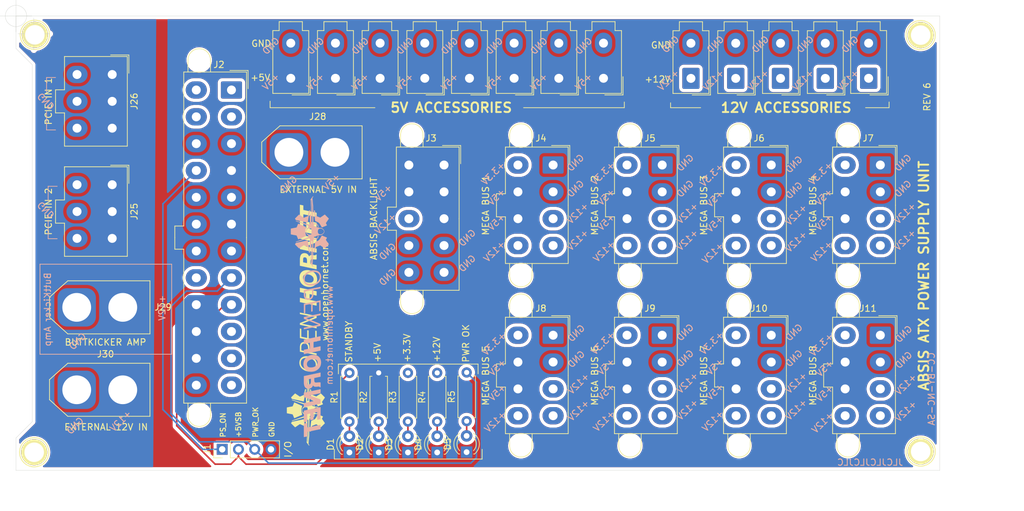
<source format=kicad_pcb>
(kicad_pcb (version 20211014) (generator pcbnew)
  (title_block (title "ABSIS ATX Power Supply Unit") (date "2023-03-27") (rev "6") (company "www.openhornet.com") (comment 1 "License:  CC BY-NC-SA") (comment 2 "1:  This is to be manufactured as a 4 layer PCB") (comment 3 "2:  Each layer requires a 2oz copper pour") (comment 4 "3:  This PCB only has top layer components and will only contain a single BOM"))
  (layers (0 "F.Cu" mixed) (1 "In1.Cu" power) (2 "In2.Cu" power) (31 "B.Cu" power) (34 "B.Paste" user) (35 "F.Paste" user) (36 "B.SilkS" user "B.Silkscreen") (37 "F.SilkS" user "F.Silkscreen") (38 "B.Mask" user) (39 "F.Mask" user) (44 "Edge.Cuts" user))
  (net 0 "")
  (net 1 "GND")
  (net 2 "/PS_ON")
  (net 3 "/+5V_SUPPLY")
  (net 4 "Net-(J2-Pad20)")
  (net 5 "Net-(J2-Pad14)")
  (net 6 "/+3.3V_SUPPLY")
  (net 7 "/+12V_SUPPLY")
  (net 8 "/+5VSB_SUPPLY")
  (net 9 "/PWR_OK")
  (net 10 "Net-(D1-Pad2)")
  (net 11 "Net-(D2-Pad2)")
  (net 12 "Net-(D3-Pad2)")
  (net 13 "Net-(D4-Pad2)")
  (net 14 "Net-(D5-Pad2)")
  (footprint "OH_Footprints:Molex_Mini-Fit_Jr_5566-24A2_2x12_P4.20mm_Vertical" (layer "F.Cu") (at 69.2488 64.9224 -90)
    (fp_text reference "J2")
    (fp_text value "ATX-24")
  )
  (footprint "OH_Footprints:Molex_Mini-Fit_Jr_5566-08A2_2x04_P4.20mm_Vertical" (layer "F.Cu") (at 153.6437 76.6646 -90)
    (fp_text reference "J6")
    (fp_text value "MEGA BUS 3")
  )
  (footprint "Socket_Arduino_Mega:Arduino_1pin" (layer "F.Cu") (at 177 121.5)
    (fp_text reference "H2" hide)
    (fp_text value "MountingHole")
  )
  (footprint "Socket_Arduino_Mega:Arduino_1pin" (layer "F.Cu") (at 38.5064 56.2864)
    (fp_text reference "H1" hide)
    (fp_text value "MountingHole")
  )
  (footprint "Socket_Arduino_Mega:Arduino_1pin" (layer "F.Cu") (at 38.4048 121.6152)
    (fp_text reference "H3" hide)
    (fp_text value "MountingHole")
  )
  (footprint "OH_Footprints:OH_LOGO_37.7mm_5.9mm" (layer "F.Cu") (at 80.882 101.727 90)
    (fp_text reference "G***" hide)
    (fp_text value "LOGO" hide)
  )
  (footprint "OH_Footprints:Molex_Mini-Fit_Jr_5566-08A2_2x04_P4.20mm_Vertical" (layer "F.Cu") (at 170.6964 76.6646 -90)
    (fp_text reference "J7")
    (fp_text value "MEGA BUS 4")
  )
  (footprint "OH_Footprints:Molex_Mini-Fit_Jr_5566-08A2_2x04_P4.20mm_Vertical" (layer "F.Cu") (at 153.6437 103.3018 -90)
    (fp_text reference "J10")
    (fp_text value "MEGA BUS 7")
  )
  (footprint "OH_Footprints:Molex_Mini-Fit_Jr_5566-08A2_2x04_P4.20mm_Vertical" (layer "F.Cu") (at 119.5383 103.3018 -90)
    (fp_text reference "J8")
    (fp_text value "MEGA BUS 5")
  )
  (footprint "OH_Footprints:Molex_Mini-Fit_Jr_5566-08A2_2x04_P4.20mm_Vertical" (layer "F.Cu") (at 136.591 76.6646 -90)
    (fp_text reference "J5")
    (fp_text value "MEGA BUS 2")
  )
  (footprint "OH_Footprints:Molex_Mini-Fit_Jr_5566-08A2_2x04_P4.20mm_Vertical" (layer "F.Cu") (at 136.591 103.3018 -90)
    (fp_text reference "J9")
    (fp_text value "MEGA BUS 6")
  )
  (footprint "Socket_Arduino_Mega:Arduino_1pin" (layer "F.Cu") (at 177 56.3372)
    (fp_text reference "H4" hide)
    (fp_text value "MountingHole")
  )
  (footprint "OH_Footprints:AMASS_XT60-M_1x02_P7.20mm_Vertical" (layer "F.Cu") (at 78.2284 74.6768)
    (fp_text reference "J28")
    (fp_text value "EXTERNAL 5V IN")
  )
  (footprint "OH_Footprints:Molex_Mini-Fit_Jr_5566-02A_2x01_P4.20mm_Vertical" (layer "F.Cu") (at 78.5198 63.0936 180)
    (fp_text reference "J12" hide)
    (fp_text value "5V Accessory 1")
  )
  (footprint "OH_Footprints:Molex_Mini-Fit_Jr_5566-02A_2x01_P4.20mm_Vertical" (layer "F.Cu") (at 85.5048 63.0936 180)
    (fp_text reference "J13" hide)
    (fp_text value "5V Accessory 2")
  )
  (footprint "OH_Footprints:Molex_Mini-Fit_Jr_5566-02A_2x01_P4.20mm_Vertical" (layer "F.Cu") (at 92.4898 63.0936 180)
    (fp_text reference "J14" hide)
    (fp_text value "5V Accessory 3")
  )
  (footprint "OH_Footprints:Molex_Mini-Fit_Jr_5566-02A_2x01_P4.20mm_Vertical" (layer "F.Cu") (at 99.4748 63.0936 180)
    (fp_text reference "J15" hide)
    (fp_text value "5V Accessory 4")
  )
  (footprint "OH_Footprints:Molex_Mini-Fit_Jr_5566-02A_2x01_P4.20mm_Vertical" (layer "F.Cu") (at 106.4598 63.0936 180)
    (fp_text reference "J16" hide)
    (fp_text value "5V Accessory 5")
  )
  (footprint "OH_Footprints:Molex_Mini-Fit_Jr_5566-02A_2x01_P4.20mm_Vertical" (layer "F.Cu") (at 113.4448 63.0936 180)
    (fp_text reference "J17" hide)
    (fp_text value "5V Accessory 6")
  )
  (footprint "OH_Footprints:Molex_Mini-Fit_Jr_5566-02A_2x01_P4.20mm_Vertical" (layer "F.Cu") (at 120.4298 63.0936 180)
    (fp_text reference "J18" hide)
    (fp_text value "5V Accessory 7")
  )
  (footprint "OH_Footprints:Molex_Mini-Fit_Jr_5566-02A_2x01_P4.20mm_Vertical" (layer "F.Cu") (at 127.4148 63.0936 180)
    (fp_text reference "J19" hide)
    (fp_text value "5V Accessory 8")
  )
  (footprint "OH_Footprints:Molex_Mini-Fit_Jr_5566-02A_2x01_P4.20mm_Vertical" (layer "F.Cu") (at 162.093058 63.1072 180)
    (fp_text reference "J21" hide)
    (fp_text value "12V Accessory 2")
  )
  (footprint "OH_Footprints:Molex_Mini-Fit_Jr_5566-02A_2x01_P4.20mm_Vertical" (layer "F.Cu") (at 155.089916 63.1072 180)
    (fp_text reference "J22" hide)
    (fp_text value "12V Accessory 3")
  )
  (footprint "OH_Footprints:Molex_Mini-Fit_Jr_5566-02A_2x01_P4.20mm_Vertical" (layer "F.Cu") (at 148.086774 63.1072 180)
    (fp_text reference "J23" hide)
    (fp_text value "12V Accessory 4")
  )
  (footprint "OH_Footprints:Molex_Mini-Fit_Jr_5566-02A_2x01_P4.20mm_Vertical" (layer "F.Cu") (at 141.083632 63.1072 180)
    (fp_text reference "J24" hide)
    (fp_text value "12V Accessory 5")
  )
  (footprint "OH_Footprints:Molex_Mini-Fit_Jr_5566-08A2_2x04_P4.20mm_Vertical" (layer "F.Cu") (at 119.5383 76.6646 -90)
    (fp_text reference "J4")
    (fp_text value "MEGA BUS 1")
  )
  (footprint "OH_Footprints:Molex_Mini-Fit_Jr_5566-08A2_2x04_P4.20mm_Vertical" (layer "F.Cu") (at 170.6964 103.3018 -90)
    (fp_text reference "J11")
    (fp_text value "MEGA BUS 8")
  )
  (footprint "OH_Footprints:Molex_Mini-Fit_Jr_5566-02A_2x01_P4.20mm_Vertical" (layer "F.Cu") (at 168.8676 63.0936 180)
    (fp_text reference "J20" hide)
    (fp_text value "12V Accessory 1")
  )
  (footprint "OH_Footprints:AMASS_XT60-F_1x02_P7.20mm_Vertical" (layer "F.Cu") (at 45.0552 98.9419)
    (fp_text reference "J29")
    (fp_text value "BUTTKICKER AMP")
  )
  (footprint "OH_Footprints:AMASS_XT60-M_1x02_P7.20mm_Vertical" (layer "F.Cu") (at 45.0552 111.8423)
    (fp_text reference "J30")
    (fp_text value "EXTERNAL 12V IN")
  )
  (footprint "OH_Footprints:Molex_Mini-Fit_Jr_5566-06A_2x03_P4.20mm_Vertical" (layer "F.Cu") (at 50.604 79.747 -90)
    (fp_text reference "J25")
    (fp_text value "PCIE IN 2")
  )
  (footprint "OH_Footprints:Molex_Mini-Fit_Jr_5566-06A_2x03_P4.20mm_Vertical" (layer "F.Cu") (at 50.604 62.5 -90)
    (fp_text reference "J26")
    (fp_text value "PCIE IN 1")
  )
  (footprint "OH_Footprints:Molex_Mini-Fit_Jr_5566-10A2_2x05_P4.20mm_Vertical" (layer "F.Cu") (at 102.4856 76.6646 -90)
    (fp_text reference "J3")
    (fp_text value "ABSIS BACKLIGHT")
  )
  (footprint "OH_Footprints:R_Axial_DIN0207_L6.3mm_D2.5mm_P7.62mm_Horizontal" (layer "F.Cu") (at 87.694 116.8101 90)
    (fp_text reference "R1")
    (fp_text value "150")
  )
  (footprint "OH_Footprints:R_Axial_DIN0207_L6.3mm_D2.5mm_P7.62mm_Horizontal" (layer "F.Cu") (at 101.41 116.8101 90)
    (fp_text reference "R4")
    (fp_text value "560")
  )
  (footprint "OH_Footprints:R_Axial_DIN0207_L6.3mm_D2.5mm_P7.62mm_Horizontal" (layer "F.Cu") (at 106.02 116.7476 90)
    (fp_text reference "R5")
    (fp_text value "150")
  )
  (footprint "OH_Footprints:R_Axial_DIN0207_L6.3mm_D2.5mm_P7.62mm_Horizontal" (layer "F.Cu") (at 96.838 116.8101 90)
    (fp_text reference "R3")
    (fp_text value "56")
  )
  (footprint "OH_Footprints:R_Axial_DIN0207_L6.3mm_D2.5mm_P7.62mm_Horizontal" (layer "F.Cu") (at 92.266 116.8101 90)
    (fp_text reference "R2")
    (fp_text value "150")
  )
  (footprint "OH_Footprints:LED_D3.0mm" (layer "F.Cu") (at 106.01 121.5976 90)
    (fp_text reference "D5")
    (fp_text value "Green LED")
  )
  (footprint "OH_Footprints:LED_D3.0mm" (layer "F.Cu") (at 92.266 121.6456 90)
    (fp_text reference "D2")
    (fp_text value "Green LED")
  )
  (footprint "OH_Footprints:LED_D3.0mm" (layer "F.Cu") (at 87.694 121.6456 90)
    (fp_text reference "D1")
    (fp_text value "Blue LED")
  )
  (footprint "OH_Footprints:LED_D3.0mm" (layer "F.Cu") (at 96.838 121.6456 90)
    (fp_text reference "D3")
    (fp_text value "Green LED")
  )
  (footprint "OH_Footprints:LED_D3.0mm" (layer "F.Cu") (at 101.41 121.6456 90)
    (fp_text reference "D4")
    (fp_text value "Green LED")
  )
  (footprint "OH_Footprints:PinHeader_1x04_P2.54mm_Vertical" (layer "F.Cu") (at 67.801 121.158 90)
    (fp_text reference "J1")
    (fp_text value "I/O")
  )
  (footprint "OH_Footprints:OH_LOGO_37.7mm_5.9mm" (layer "B.Cu") (at 81.5 100.4 -90)
    (fp_text reference "G***" hide)
    (fp_text value "LOGO" hide)
  )
  (gr_line (start 40.342 62.975) (end 41.742 62.975) (layer "B.SilkS") (width 0.12))
  (gr_line (start 40.342 65.275) (end 40.342 62.975) (layer "B.SilkS") (width 0.12))
  (gr_line (start 40.342 71.175) (end 40.342 68.275) (layer "B.SilkS") (width 0.12))
  (gr_line (start 41.742 71.175) (end 40.342 71.175) (layer "B.SilkS") (width 0.12))
  (gr_line (start 40.596 82.293) (end 40.596 79.993) (layer "B.SilkS") (width 0.12))
  (gr_line (start 59.9 92.1855) (end 59.902 106.282) (layer "B.SilkS") (width 0.12))
  (gr_line (start 40.596 79.993) (end 41.996 79.993) (layer "B.SilkS") (width 0.12))
  (gr_line (start 40.596 88.193) (end 40.596 85.293) (layer "B.SilkS") (width 0.12))
  (gr_line (start 41.996 88.193) (end 40.596 88.193) (layer "B.SilkS") (width 0.12))
  (gr_line (start 39.31 106.2825) (end 39.31 92.1855) (layer "B.SilkS") (width 0.12))
  (gr_line (start 39.31 92.1855) (end 59.9 92.1855) (layer "B.SilkS") (width 0.12))
  (gr_line (start 59.872 106.282) (end 39.31 106.2825) (layer "B.SilkS") (width 0.12))
  (gr_line (start 107.806 107.8166) (end 107.806 109.3406) (layer "F.SilkS") (width 0.12))
  (gr_line (start 85.962 107.823) (end 107.806 107.8166) (layer "F.SilkS") (width 0.12))
  (gr_line (start 85.962 109.347) (end 85.962 107.823) (layer "F.SilkS") (width 0.12))
  (gr_line (start 85.327 122.682) (end 85.327 121.158) (layer "F.SilkS") (width 0.12))
  (gr_line (start 108.441 121.158) (end 108.441 122.682) (layer "F.SilkS") (width 0.12))
  (gr_line (start 108.441 122.682) (end 85.327 122.682) (layer "F.SilkS") (width 0.12))
  (gr_line (start 75.294 66.675) (end 75.294 67.691) (layer "F.SilkS") (width 0.12))
  (gr_line (start 75.294 67.691) (end 91.677 67.691) (layer "F.SilkS") (width 0.12))
  (gr_line (start 172.068 67.691) (end 172.068 66.802) (layer "F.SilkS") (width 0.12))
  (gr_line (start 114.918 67.691) (end 130.666 67.691) (layer "F.SilkS") (width 0.12))
  (gr_line (start 168.385 67.691) (end 172.068 67.691) (layer "F.SilkS") (width 0.12))
  (gr_line (start 130.666 67.691) (end 130.666 66.802) (layer "F.SilkS") (width 0.12))
  (gr_line (start 137.905 66.929) (end 137.905 67.691) (layer "F.SilkS") (width 0.12))
  (gr_line (start 137.905 67.691) (end 142.604 67.691) (layer "F.SilkS") (width 0.12))
  (gr_line (start 38.1 60.96) (end 38.1 116.84) (layer "Edge.Cuts") (width 0.05))
  (gr_line (start 180 53.34) (end 40.64 53.34) (layer "Edge.Cuts") (width 0.05))
  (gr_line (start 180 124.46) (end 35.56 124.46) (layer "Edge.Cuts") (width 0.05))
  (gr_line (start 35.56 124.46) (end 35.56 119.38) (layer "Edge.Cuts") (width 0.05))
  (gr_line (start 35.56 53.34) (end 40.64 53.34) (layer "Edge.Cuts") (width 0.05))
  (gr_line (start 35.56 58.42) (end 38.1 60.96) (layer "Edge.Cuts") (width 0.05))
  (gr_line (start 180 124.46) (end 180 53.34) (layer "Edge.Cuts") (width 0.05))
  (gr_line (start 35.56 119.38) (end 38.1 116.84) (layer "Edge.Cuts") (width 0.05))
  (gr_line (start 35.56 53.34) (end 35.56 58.42) (layer "Edge.Cuts") (width 0.05))
  (gr_text "+5V" (at 110.809717 112.268 45) (layer "B.SilkS") (effects (font (size 1 1)) (justify mirror)))
  (gr_text "+3.3V" (at 110.304641 104.648 45) (layer "B.SilkS") (effects (font (size 1 1)) (justify mirror)))
  (gr_text "+12V" (at 123.509718 115.062 45) (layer "B.SilkS") (effects (font (size 1 1)) (justify mirror)))
  (gr_text "GND" (at 123.173 102.997 45) (layer "B.SilkS") (effects (font (size 1 1)) (justify mirror)))
  (gr_text "+12V" (at 123.509718 110.871 45) (layer "B.SilkS") (effects (font (size 1 1)) (justify mirror)))
  (gr_text "+12V" (at 110.473 116.84 45) (layer "B.SilkS") (effects (font (size 1 1)) (justify mirror)))
  (gr_text "+5V" (at 110.809717 108.331 45) (layer "B.SilkS") (effects (font (size 1 1)) (justify mirror)))
  (gr_text "GND" (at 123.173 107.061 45) (layer "B.SilkS") (effects (font (size 1 1)) (justify mirror)))
  (gr_text "+5V" (at 93 81 45) (layer "B.SilkS") (effects (font (size 1 1)) (justify mirror)))
  (gr_text "GND" (at 93.664717 94.234 45) (layer "B.SilkS") (effects (font (size 1 1)) (justify mirror)))
  (gr_text "+12V" (at 93.328 85.851999 45) (layer "B.SilkS") (effects (font (size 1 1)) (justify mirror)))
  (gr_text "+12V" (at 51.926 116.713 45) (layer "B.SilkS") (effects (font (size 1 1)) (justify mirror)))
  (gr_text "GND" (at 44.814 117.475 45) (layer "B.SilkS") (effects (font (size 1 1)) (justify mirror)))
  (gr_text "+5V" (at 84.9 79.3 45) (layer "B.SilkS") (effects (font (size 1 1)) (justify mirror)))
  (gr_text "GND" (at 78.2 79.7 45) (layer "B.SilkS") (effects (font (size 1 1)) (justify mirror)))
  (gr_text "GND" (at 75.421 58.039 45) (layer "B.SilkS") (effects (font (size 1 1)) (justify mirror)))
  (gr_text "+5V" (at 75.421 63.627 45) (layer "B.SilkS") (effects (font (size 1 1)) (justify mirror)))
  (gr_text "+5V" (at 124.316 63.627 45) (layer "B.SilkS") (effects (font (size 1 1)) (justify mirror)))
  (gr_text "GND" (at 124.316 58.039 45) (layer "B.SilkS") (effects (font (size 1 1)) (justify mirror)))
  (gr_text "+12V" (at 137.568283 63.373 45) (layer "B.SilkS") (effects (font (size 1 1)) (justify mirror)))
  (gr_text "GND" (at 137.905 57.785 45) (layer "B.SilkS") (effects (font (size 1 1)) (justify mirror)))
  (gr_text "GND" (at 158.95525 57.785 45) (layer "B.SilkS") (effects (font (size 1 1)) (justify mirror)))
  (gr_text "+12V" (at 158.618533 63.373 45) (layer "B.SilkS") (effects (font (size 1 1)) (justify mirror)))
  (gr_text "+12V" (at 165.635283 63.373 45) (layer "B.SilkS") (effects (font (size 1 1)) (justify mirror)))
  (gr_text "GND" (at 165.972 57.785 45) (layer "B.SilkS") (effects (font (size 1 1)) (justify mirror)))
  (gr_text "+12V" (at 174.563718 88.392 45) (layer "B.SilkS") (effects (font (size 1 1)) (justify mirror)))
  (gr_text "GND" (at 174.227 76.327 45) (layer "B.SilkS") (effects (font (size 1 1)) (justify mirror)))
  (gr_text "+12V" (at 174.563718 84.201 45) (layer "B.SilkS") (effects (font (size 1 1)) (justify mirror)))
  (gr_text "GND" (at 174.227 80.391 45) (layer "B.SilkS") (effects (font (size 1 1)) (justify mirror)))
  (gr_text "GND" (at 40.242 83.693 135) (layer "B.SilkS") (effects (font (size 1 1)) (justify mirror)))
  (gr_text "GND" (at 40.242 66.675 135) (layer "B.SilkS") (effects (font (size 1 1)) (justify mirror)))
  (gr_text "GND" (at 174.354 103.124 45) (layer "B.SilkS") (effects (font (size 1 1)) (justify mirror)))
  (gr_text "+5V" (at 103.361 63.627 45) (layer "B.SilkS") (effects (font (size 1 1)) (justify mirror)))
  (gr_text "+12V" (at 161.527 90.17 45) (layer "B.SilkS") (effects (font (size 1 1)) (justify mirror)))
  (gr_text "+3.3V" (at 144.340641 78.232 45) (layer "B.SilkS") (effects (font (size 1 1)) (justify mirror)))
  (gr_text "+3.3V" (at 127.322641 104.521 45) (layer "B.SilkS") (effects (font (size 1 1)) (justify mirror)))
  (gr_text "+5V" (at 82.406 63.627 45) (layer "B.SilkS") (effects (font (size 1 1)) (justify mirror)))
  (gr_text "GND" (at 123.046 80.391 45) (layer "B.SilkS") (effects (font (size 1 1)) (justify mirror)))
  (gr_text "GND" (at 96.376 58.039 45) (layer "B.SilkS") (effects (font (size 1 1)) (justify mirror)))
  (gr_text "+12V" (at 157.545718 84.455 45) (layer "B.SilkS") (effects (font (size 1 1)) (justify mirror)))
  (gr_text "GND" (at 140.191 102.87 45) (layer "B.SilkS") (effects (font (size 1 1)) (justify mirror)))
  (gr_text "+3.3V" (at 144.340641 104.521 45) (layer "B.SilkS") (effects (font (size 1 1)) (justify mirror)))
  (gr_text "www.openhornet.com" (at 84.565 103.3018 90) (layer "B.SilkS") (effects (font (size 1 1)) (justify mirror)))
  (gr_text "+12V" (at 161.654 116.967 45) (layer "B.SilkS") (effects (font (size 1 1)) (justify mirror)))
  (gr_text "+5V" (at 127.827717 112.141 45) (layer "B.SilkS") (effects (font (size 1 1)) (justify mirror)))
  (gr_text "+12V" (at 127.491 116.713 45) (layer "B.SilkS") (effects (font (size 1 1)) (justify mirror)))
  (gr_text "+5V" (at 89.391 63.627 45) (layer "B.SilkS") (effects (font (size 1 1)) (justify mirror)))
  (gr_text "GND" (at 140.191 76.327 45) (layer "B.SilkS") (effects (font (size 1 1)) (justify mirror)))
  (gr_text "+12V" (at 110.346 90.17 45) (layer "B.SilkS") (effects (font (size 1 1)) (justify mirror)))
  (gr_text "GND" (at 103.361 58.039 45) (layer "B.SilkS") (effects (font (size 1 1)) (justify mirror)))
  (gr_text "+12V" (at 174.690718 115.189 45) (layer "B.SilkS") (effects (font (size 1 1)) (justify mirror)))
  (gr_text "+12V" (at 123.382718 84.201 45) (layer "B.SilkS") (effects (font (size 1 1)) (justify mirror)))
  (gr_text "GND" (at 144.92175 57.785 45) (layer "B.SilkS") (effects (font (size 1 1)) (justify mirror)))
  (gr_text "GND" (at 110.346 58.039 45) (layer "B.SilkS") (effects (font (size 1 1)) (justify mirror)))
  (gr_text "+5V" (at 144.845717 85.852 45) (layer "B.SilkS") (effects (font (size 1 1)) (justify mirror)))
  (gr_text "+5V" (at 144.845717 112.141 45) (layer "B.SilkS") (effects (font (size 1 1)) (justify mirror)))
  (gr_text "JLCJLCJLCJLC" (at 169.1 123.2) (layer "B.SilkS") (effects (font (size 1 1)) (justify mirror)))
  (gr_text "+12V" (at 140.527718 110.744 45) (layer "B.SilkS") (effects (font (size 1 1)) (justify mirror)))
  (gr_text "GND" (at 123.046 76.327 45) (layer "B.SilkS") (effects (font (size 1 1)) (justify mirror)))
  (gr_text "CC-BY-NC-SA" (at 178.7 111.7 90) (layer "B.SilkS") (effects (font (size 1 1)) (justify mirror)))
  (gr_text "GND" (at 157.209 80.645 45) (layer "B.SilkS") (effects (font (size 1 1)) (justify mirror)))
  (gr_text "+3.3V" (at 110.177641 77.978 45) (layer "B.SilkS") (effects (font (size 1 1)) (justify mirror)))
  (gr_text "+3.3V" (at 161.358641 77.978 45) (layer "B.SilkS") (effects (font (size 1 1)) (justify mirror)))
  (gr_text "GND" (at 157.209 102.87 45) (layer "B.SilkS") (effects (font (size 1 1)) (justify mirror)))
  (gr_text "+5V" (at 161.863717 85.598 45) (layer "B.SilkS") (effects (font (size 1 1)) (justify mirror)))
  (gr_text "+5V" (at 110.346 63.627 45) (layer "B.SilkS") (effects (font (size 1 1)) (justify mirror)))
  (gr_text "+5V" (at 161.863717 81.661 45) (layer "B.SilkS") (effects (font (size 1 1)) (justify mirror)))
  (gr_text "+12V" (at 157.545718 88.646 45) (layer "B.SilkS") (effects (font (size 1 1)) (justify mirror)))
  (gr_text "+12V" (at 140.527718 114.935 45) (layer "B.SilkS") (effects (font (size 1 1)) (justify mirror)))
  (gr_text "GND" (at 93.664717 90.211358 45) (layer "B.SilkS") (effects (font (size 1 1)) (justify mirror)))
  (gr_text "GND" (at 157.209 106.934 45) (layer "B.SilkS") (effects (font (size 1 1)) (justify mirror)))
  (gr_text "+12V" (at 174.690718 110.998 45) (layer "B.SilkS") (effects (font (size 1 1)) (justify mirror)))
  (gr_text "GND" (at 140.191 106.934 45) (layer "B.SilkS") (effects (font (size 1 1)) (justify mirror)))
  (gr_text "+12V" (at 140.527718 88.392 45) (layer "B.SilkS") (effects (font (size 1 1)) (justify mirror)))
  (gr_text "+5V" (at 161.990717 108.458 45) (layer "B.SilkS") (effects (font (size 1 1)) (justify mirror)))
  (gr_text "+5V" (at 161.990717 112.395 45) (layer "B.SilkS") (effects (font (size 1 1)) (justify mirror)))
  (gr_text "GND" (at 106.110717 88.0745 45) (layer "B.SilkS") (effects (font (size 1 1)) (justify mirror)))
  (gr_text "ButtKicker Amp" (at 40.5 99.2655 90) (layer "B.SilkS") (effects (font (size 1 1)) (justify mirror)))
  (gr_text "+12V" (at 127.491 90.17 45) (layer "B.SilkS") (effects (font (size 1 1)) (justify mirror)))
  (gr_text "+3.3V" (at 161.485641 104.775 45) (layer "B.SilkS") (effects (font (size 1 1)) (justify mirror)))
  (gr_text "+5V" (at 127.827717 85.598 45) (layer "B.SilkS") (effects (font (size 1 1)) (justify mirror)))
  (gr_text "GND" (at 45.2 104.267 45) (layer "B.SilkS") (effects (font (size 1 1)) (justify mirror)))
  (gr_text "GND" (at 117.331 58.039 45) (layer "B.SilkS") (effects (font (size 1 1)) (justify mirror)))
  (gr_text "+12V" (at 123.382718 88.392 45) (layer "B.SilkS") (effects (font (size 1 1)) (justify mirror)))
  (gr_text "+12V" (at 140.527718 84.201 45) (layer "B.SilkS") (effects (font (size 1 1)) (justify mirror)))
  (gr_text "+5V" (at 110.682717 81.661 45) (layer "B.SilkS") (effects (font (size 1 1)) (justify mirror)))
  (gr_text "GND" (at 106.110717 92.075 45) (layer "B.SilkS") (effects (font (size 1 1)) (justify mirror)))
  (gr_text "+12V" (at 157.545718 114.935 45) (layer "B.SilkS") (effects (font (size 1 1)) (justify mirror)))
  (gr_text "+12V" (at 157.545718 110.744 45) (layer "B.SilkS") (effects (font (size 1 1)) (justify mirror)))
  (gr_text "+5V" (at 96.376 63.627 45) (layer "B.SilkS") (effects (font (size 1 1)) (justify mirror)))
  (gr_text "+12V" (at 144.509 116.713 45) (layer "B.SilkS") (effects (font (size 1 1)) (justify mirror)))
  (gr_text "+5V" (at 144.845717 108.204 45) (layer "B.SilkS") (effects (font (size 1 1)) (justify mirror)))
  (gr_text "GND" (at 157.209 76.581 45) (layer "B.SilkS") (effects (font (size 1 1)) (justify mirror)))
  (gr_text "+12V" (at 151.601783 63.373 45) (layer "B.SilkS") (effects (font (size 1 1)) (justify mirror)))
  (gr_text "+5V" (at 144.845717 81.915 45) (layer "B.SilkS") (effects (font (size 1 1)) (justify mirror)))
  (gr_text "GND" (at 174.354 107.188 45) (layer "B.SilkS") (effects (font (size 1 1)) (justify mirror)))
  (gr_text "GND" (at 140.191 80.391 45) (layer "B.SilkS") (effects (font (size 1 1)) (justify mirror)))
  (gr_text "GND" (at 151.9385 57.785 45) (layer "B.SilkS") (effects (font (size 1 1)) (justify mirror)))
  (gr_text "+12V" (at 58.4 99.0155 90) (layer "B.SilkS") (effects (font (size 1 1)) (justify mirror)))
  (gr_text "+12V" (at 144.585033 63.373 45) (layer "B.SilkS") (effects (font (size 1 1)) (justify mirror)))
  (gr_text "+5V" (at 110.682717 85.598 45) (layer "B.SilkS") (effects (font (size 1 1)) (justify mirror)))
  (gr_text "+12V" (at 144.509 90.424 45) (layer "B.SilkS") (effects (font (size 1 1)) (justify mirror)))
  (gr_text "+5V" (at 127.827717 108.204 45) (layer "B.SilkS") (effects (font (size 1 1)) (justify mirror)))
  (gr_text "GND" (at 82.406 58.039 45) (layer "B.SilkS") (effects (font (size 1 1)) (justify mirror)))
  (gr_text "+5V" (at 117.331 63.627 45) (layer "B.SilkS") (effects (font (size 1 1)) (justify mirror)))
  (gr_text "+5V" (at 127.827717 81.661 45) (layer "B.SilkS") (effects (font (size 1 1)) (justify mirror)))
  (gr_text "+3.3V" (at 127.322641 77.978 45) (layer "B.SilkS") (effects (font (size 1 1)) (justify mirror)))
  (gr_text "GND" (at 89.391 58.039 45) (layer "B.SilkS") (effects (font (size 1 1)) (justify mirror)))
  (gr_text "12V ACCESSORIES" (at 155.9644 67.691) (layer "F.SilkS") (effects (font (size 1.5 1.5) (thickness 0.3))))
  (gr_text "GND" (at 136.381 57.912) (layer "F.SilkS") (effects (font (size 1 1))))
  (gr_text "+12V" (at 135.873 63.246) (layer "F.SilkS") (effects (font (size 1 1))))
  (gr_text "ABSIS ATX POWER SUPPLY UNIT" (at 177.5 94 90) (layer "F.SilkS") (effects (font (size 1.5 1.5) (thickness 0.3))))
  (gr_text "REV 6" (at 178 66 90) (layer "F.SilkS") (effects (font (size 1 1))))
  (gr_text "STANDBY" (at 87.613 107.639029 90) (layer "F.SilkS") (effects (font (size 1 1)) (justify left)))
  (gr_text "PWR OK" (at 105.901 107.639029 90) (layer "F.SilkS") (effects (font (size 1 1)) (justify left)))
  (gr_text "+5V" (at 92.058 107.639029 90) (layer "F.SilkS") (effects (font (size 1 1)) (justify left)))
  (gr_text "+12V" (at 101.329 107.639029 90) (layer "F.SilkS") (effects (font (size 1 1)) (justify left)))
  (gr_text "+3.3V" (at 96.6935 107.639029 90) (layer "F.SilkS") (effects (font (size 1 1)) (justify left)))
  (gr_text "PWR_OK" (at 73.008 114.427 90) (layer "F.SilkS") (effects (font (size 0.8 0.8)) (justify right)))
  (gr_text "GND" (at 75.548 116.713 90) (layer "F.SilkS") (effects (font (size 0.8 0.8)) (justify right)))
  (gr_text "PS_ON" (at 67.928 115.316 90) (layer "F.SilkS") (effects (font (size 0.8 0.8)) (justify right)))
  (gr_text "+5VSB" (at 70.341 115.189 90) (layer "F.SilkS") (effects (font (size 0.8 0.8)) (justify right)))
  (gr_text "GND" (at 73.897 57.658) (layer "F.SilkS") (effects (font (size 1 1))))
  (gr_text "www.openhornet.com" (at 83.8538 96.4184 90) (layer "F.SilkS") (effects (font (size 1 1))))
  (gr_text "5V ACCESSORIES" (at 103.615 67.691) (layer "F.SilkS") (effects (font (size 1.5 1.5) (thickness 0.3))))
  (gr_text "+5V" (at 73.77 62.992) (layer "F.SilkS") (effects (font (size 1 1))))
  (target plus (at 38.354 56.134) (size 5) (width 0.05) (layer "Edge.Cuts"))
  (target plus (at 35.56 53.34) (size 5) (width 0.05) (layer "Edge.Cuts"))
  (segment (start 64.753 121.158) (end 64.499 120.904) (width 0.25) (layer "B.Cu") (net 2))
  (segment (start 58.53 82.7412) (end 58.53 114.935) (width 0.25) (layer "B.Cu") (net 2))
  (segment (start 67.801 121.158) (end 64.753 121.158) (width 0.25) (layer "B.Cu") (net 2))
  (segment (start 63.7488 77.5224) (end 58.53 82.7412) (width 0.25) (layer "B.Cu") (net 2))
  (segment (start 58.53 114.935) (end 64.499 120.904) (width 0.25) (layer "B.Cu") (net 2))
  (segment (start 69.2488 98.5224) (end 68.2116 98.5224) (width 0.25) (layer "F.Cu") (net 8))
  (segment (start 86.089 110.7951) (end 87.694 109.1901) (width 0.25) (layer "F.Cu") (net 8))
  (segment (start 62.213 100.711) (end 60.689 102.235) (width 0.25) (layer "F.Cu") (net 8))
  (segment (start 60.689 117.474002) (end 66.690999 123.476001) (width 0.25) (layer "F.Cu") (net 8))
  (segment (start 66.690999 123.476001) (end 69.165999 123.476001) (width 0.25) (layer "F.Cu") (net 8))
  (segment (start 66.023 100.711) (end 62.213 100.711) (width 0.25) (layer "F.Cu") (net 8))
  (segment (start 60.689 102.235) (end 60.689 117.474002) (width 0.25) (layer "F.Cu") (net 8))
  (segment (start 70.341 122.301) (end 71.516001 123.476001) (width 0.25) (layer "F.Cu") (net 8))
  (segment (start 70.341 121.158) (end 70.341 122.301) (width 0.25) (layer "F.Cu") (net 8))
  (segment (start 82.500999 123.476001) (end 86.089 119.888) (width 0.25) (layer "F.Cu") (net 8))
  (segment (start 71.516001 123.476001) (end 82.500999 123.476001) (width 0.25) (layer "F.Cu") (net 8))
  (segment (start 68.2116 98.5224) (end 66.023 100.711) (width 0.25) (layer "F.Cu") (net 8))
  (segment (start 69.165999 123.476001) (end 70.341 122.301) (width 0.25) (layer "F.Cu") (net 8))
  (segment (start 86.089 119.888) (end 86.089 110.7951) (width 0.25) (layer "F.Cu") (net 8))
  (segment (start 106.675602 123.317) (end 75.04 123.317) (width 0.25) (layer "B.Cu") (net 9))
  (segment (start 71.705999 119.982999) (end 72.881 121.158) (width 0.25) (layer "B.Cu") (net 9))
  (segment (start 107.552 122.440602) (end 106.675602 123.317) (width 0.25) (layer "B.Cu") (net 9))
  (segment (start 106.02 109.1276) (end 107.552 110.6596) (width 0.25) (layer "B.Cu") (net 9))
  (segment (start 75.04 123.317) (end 72.881 121.158) (width 0.25) (layer "B.Cu") (net 9))
  (segment (start 59.8 115.56859) (end 64.214409 119.982999) (width 0.25) (layer "B.Cu") (net 9))
  (segment (start 64.214409 119.982999) (end 71.705999 119.982999) (width 0.25) (layer "B.Cu") (net 9))
  (segment (start 67.039 96.393) (end 62.213 96.393) (width 0.25) (layer "B.Cu") (net 9))
  (segment (start 59.8 98.806) (end 59.8 115.56859) (width 0.25) (layer "B.Cu") (net 9))
  (segment (start 69.2488 94.3224) (end 69.1096 94.3224) (width 0.25) (layer "B.Cu") (net 9))
  (segment (start 69.1096 94.3224) (end 67.039 96.393) (width 0.25) (layer "B.Cu") (net 9))
  (segment (start 107.552 110.6596) (end 107.552 122.440602) (width 0.25) (layer "B.Cu") (net 9))
  (segment (start 62.213 96.393) (end 59.8 98.806) (width 0.25) (layer "B.Cu") (net 9))
  (segment (start 87.694 116.8101) (end 87.694 119.1056) (width 0.25) (layer "F.Cu") (net 10))
  (segment (start 92.266 116.8101) (end 92.266 119.1056) (width 0.25) (layer "F.Cu") (net 11))
  (segment (start 96.838 116.8101) (end 96.838 119.1056) (width 0.25) (layer "F.Cu") (net 12))
  (segment (start 101.41 116.8101) (end 101.41 119.1056) (width 0.25) (layer "F.Cu") (net 13))
  (segment (start 106.02 116.7476) (end 106.02 119.0476) (width 0.25) (layer "F.Cu") (net 14))
  (segment (start 106.02 119.0476) (end 106.01 119.0576) (width 0.25) (layer "F.Cu") (net 14))
  (zone (net 1) (net_name "GND") (layer "F.Cu") (connect_pads yes (clearance 0.508)) (min_thickness 0.254) (fill yes (thermal_gap 0.508) (thermal_bridge_width 0.508))
    (polygon (pts (xy 181.4 125.7) (xy 34.29 125.73) (xy 34.29 52.07) (xy 181 52.07)))
  )
  (zone (net 7) (net_name "/+12V_SUPPLY") (layer "B.Cu") (connect_pads yes (clearance 0.508)) (min_thickness 0.254) (fill yes (thermal_gap 0.508) (thermal_bridge_width 0.508))
    (polygon (pts (xy 57 125.75) (xy 34.25 125.75) (xy 34.5 52.25) (xy 57.5 52.5)))
  )
  (zone (net 3) (net_name "/+5V_SUPPLY") (layer "B.Cu") (connect_pads yes (clearance 0.508)) (min_thickness 0.254) (fill yes (thermal_gap 0.508) (thermal_bridge_width 0.508))
    (polygon (pts (xy 181.5 125.7) (xy 59 125.75) (xy 59.25 52.5) (xy 181.1 52.3)))
  )
)
</source>
